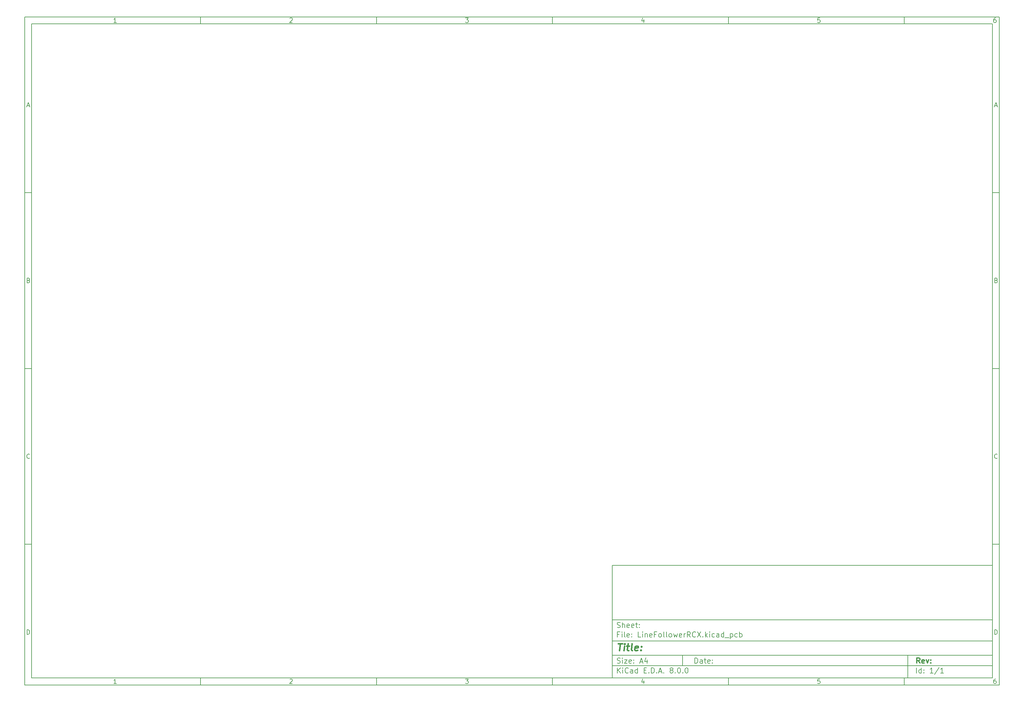
<source format=gbr>
%TF.GenerationSoftware,KiCad,Pcbnew,8.0.0*%
%TF.CreationDate,2024-06-20T13:21:25-03:00*%
%TF.ProjectId,LineFollowerRCX,4c696e65-466f-46c6-9c6f-776572524358,rev?*%
%TF.SameCoordinates,Original*%
%TF.FileFunction,Paste,Bot*%
%TF.FilePolarity,Positive*%
%FSLAX46Y46*%
G04 Gerber Fmt 4.6, Leading zero omitted, Abs format (unit mm)*
G04 Created by KiCad (PCBNEW 8.0.0) date 2024-06-20 13:21:25*
%MOMM*%
%LPD*%
G01*
G04 APERTURE LIST*
%ADD10C,0.100000*%
%ADD11C,0.150000*%
%ADD12C,0.300000*%
%ADD13C,0.400000*%
G04 APERTURE END LIST*
D10*
D11*
X177002200Y-166007200D02*
X285002200Y-166007200D01*
X285002200Y-198007200D01*
X177002200Y-198007200D01*
X177002200Y-166007200D01*
D10*
D11*
X10000000Y-10000000D02*
X287002200Y-10000000D01*
X287002200Y-200007200D01*
X10000000Y-200007200D01*
X10000000Y-10000000D01*
D10*
D11*
X12000000Y-12000000D02*
X285002200Y-12000000D01*
X285002200Y-198007200D01*
X12000000Y-198007200D01*
X12000000Y-12000000D01*
D10*
D11*
X60000000Y-12000000D02*
X60000000Y-10000000D01*
D10*
D11*
X110000000Y-12000000D02*
X110000000Y-10000000D01*
D10*
D11*
X160000000Y-12000000D02*
X160000000Y-10000000D01*
D10*
D11*
X210000000Y-12000000D02*
X210000000Y-10000000D01*
D10*
D11*
X260000000Y-12000000D02*
X260000000Y-10000000D01*
D10*
D11*
X36089160Y-11593604D02*
X35346303Y-11593604D01*
X35717731Y-11593604D02*
X35717731Y-10293604D01*
X35717731Y-10293604D02*
X35593922Y-10479319D01*
X35593922Y-10479319D02*
X35470112Y-10603128D01*
X35470112Y-10603128D02*
X35346303Y-10665033D01*
D10*
D11*
X85346303Y-10417414D02*
X85408207Y-10355509D01*
X85408207Y-10355509D02*
X85532017Y-10293604D01*
X85532017Y-10293604D02*
X85841541Y-10293604D01*
X85841541Y-10293604D02*
X85965350Y-10355509D01*
X85965350Y-10355509D02*
X86027255Y-10417414D01*
X86027255Y-10417414D02*
X86089160Y-10541223D01*
X86089160Y-10541223D02*
X86089160Y-10665033D01*
X86089160Y-10665033D02*
X86027255Y-10850747D01*
X86027255Y-10850747D02*
X85284398Y-11593604D01*
X85284398Y-11593604D02*
X86089160Y-11593604D01*
D10*
D11*
X135284398Y-10293604D02*
X136089160Y-10293604D01*
X136089160Y-10293604D02*
X135655826Y-10788842D01*
X135655826Y-10788842D02*
X135841541Y-10788842D01*
X135841541Y-10788842D02*
X135965350Y-10850747D01*
X135965350Y-10850747D02*
X136027255Y-10912652D01*
X136027255Y-10912652D02*
X136089160Y-11036461D01*
X136089160Y-11036461D02*
X136089160Y-11345985D01*
X136089160Y-11345985D02*
X136027255Y-11469795D01*
X136027255Y-11469795D02*
X135965350Y-11531700D01*
X135965350Y-11531700D02*
X135841541Y-11593604D01*
X135841541Y-11593604D02*
X135470112Y-11593604D01*
X135470112Y-11593604D02*
X135346303Y-11531700D01*
X135346303Y-11531700D02*
X135284398Y-11469795D01*
D10*
D11*
X185965350Y-10726938D02*
X185965350Y-11593604D01*
X185655826Y-10231700D02*
X185346303Y-11160271D01*
X185346303Y-11160271D02*
X186151064Y-11160271D01*
D10*
D11*
X236027255Y-10293604D02*
X235408207Y-10293604D01*
X235408207Y-10293604D02*
X235346303Y-10912652D01*
X235346303Y-10912652D02*
X235408207Y-10850747D01*
X235408207Y-10850747D02*
X235532017Y-10788842D01*
X235532017Y-10788842D02*
X235841541Y-10788842D01*
X235841541Y-10788842D02*
X235965350Y-10850747D01*
X235965350Y-10850747D02*
X236027255Y-10912652D01*
X236027255Y-10912652D02*
X236089160Y-11036461D01*
X236089160Y-11036461D02*
X236089160Y-11345985D01*
X236089160Y-11345985D02*
X236027255Y-11469795D01*
X236027255Y-11469795D02*
X235965350Y-11531700D01*
X235965350Y-11531700D02*
X235841541Y-11593604D01*
X235841541Y-11593604D02*
X235532017Y-11593604D01*
X235532017Y-11593604D02*
X235408207Y-11531700D01*
X235408207Y-11531700D02*
X235346303Y-11469795D01*
D10*
D11*
X285965350Y-10293604D02*
X285717731Y-10293604D01*
X285717731Y-10293604D02*
X285593922Y-10355509D01*
X285593922Y-10355509D02*
X285532017Y-10417414D01*
X285532017Y-10417414D02*
X285408207Y-10603128D01*
X285408207Y-10603128D02*
X285346303Y-10850747D01*
X285346303Y-10850747D02*
X285346303Y-11345985D01*
X285346303Y-11345985D02*
X285408207Y-11469795D01*
X285408207Y-11469795D02*
X285470112Y-11531700D01*
X285470112Y-11531700D02*
X285593922Y-11593604D01*
X285593922Y-11593604D02*
X285841541Y-11593604D01*
X285841541Y-11593604D02*
X285965350Y-11531700D01*
X285965350Y-11531700D02*
X286027255Y-11469795D01*
X286027255Y-11469795D02*
X286089160Y-11345985D01*
X286089160Y-11345985D02*
X286089160Y-11036461D01*
X286089160Y-11036461D02*
X286027255Y-10912652D01*
X286027255Y-10912652D02*
X285965350Y-10850747D01*
X285965350Y-10850747D02*
X285841541Y-10788842D01*
X285841541Y-10788842D02*
X285593922Y-10788842D01*
X285593922Y-10788842D02*
X285470112Y-10850747D01*
X285470112Y-10850747D02*
X285408207Y-10912652D01*
X285408207Y-10912652D02*
X285346303Y-11036461D01*
D10*
D11*
X60000000Y-198007200D02*
X60000000Y-200007200D01*
D10*
D11*
X110000000Y-198007200D02*
X110000000Y-200007200D01*
D10*
D11*
X160000000Y-198007200D02*
X160000000Y-200007200D01*
D10*
D11*
X210000000Y-198007200D02*
X210000000Y-200007200D01*
D10*
D11*
X260000000Y-198007200D02*
X260000000Y-200007200D01*
D10*
D11*
X36089160Y-199600804D02*
X35346303Y-199600804D01*
X35717731Y-199600804D02*
X35717731Y-198300804D01*
X35717731Y-198300804D02*
X35593922Y-198486519D01*
X35593922Y-198486519D02*
X35470112Y-198610328D01*
X35470112Y-198610328D02*
X35346303Y-198672233D01*
D10*
D11*
X85346303Y-198424614D02*
X85408207Y-198362709D01*
X85408207Y-198362709D02*
X85532017Y-198300804D01*
X85532017Y-198300804D02*
X85841541Y-198300804D01*
X85841541Y-198300804D02*
X85965350Y-198362709D01*
X85965350Y-198362709D02*
X86027255Y-198424614D01*
X86027255Y-198424614D02*
X86089160Y-198548423D01*
X86089160Y-198548423D02*
X86089160Y-198672233D01*
X86089160Y-198672233D02*
X86027255Y-198857947D01*
X86027255Y-198857947D02*
X85284398Y-199600804D01*
X85284398Y-199600804D02*
X86089160Y-199600804D01*
D10*
D11*
X135284398Y-198300804D02*
X136089160Y-198300804D01*
X136089160Y-198300804D02*
X135655826Y-198796042D01*
X135655826Y-198796042D02*
X135841541Y-198796042D01*
X135841541Y-198796042D02*
X135965350Y-198857947D01*
X135965350Y-198857947D02*
X136027255Y-198919852D01*
X136027255Y-198919852D02*
X136089160Y-199043661D01*
X136089160Y-199043661D02*
X136089160Y-199353185D01*
X136089160Y-199353185D02*
X136027255Y-199476995D01*
X136027255Y-199476995D02*
X135965350Y-199538900D01*
X135965350Y-199538900D02*
X135841541Y-199600804D01*
X135841541Y-199600804D02*
X135470112Y-199600804D01*
X135470112Y-199600804D02*
X135346303Y-199538900D01*
X135346303Y-199538900D02*
X135284398Y-199476995D01*
D10*
D11*
X185965350Y-198734138D02*
X185965350Y-199600804D01*
X185655826Y-198238900D02*
X185346303Y-199167471D01*
X185346303Y-199167471D02*
X186151064Y-199167471D01*
D10*
D11*
X236027255Y-198300804D02*
X235408207Y-198300804D01*
X235408207Y-198300804D02*
X235346303Y-198919852D01*
X235346303Y-198919852D02*
X235408207Y-198857947D01*
X235408207Y-198857947D02*
X235532017Y-198796042D01*
X235532017Y-198796042D02*
X235841541Y-198796042D01*
X235841541Y-198796042D02*
X235965350Y-198857947D01*
X235965350Y-198857947D02*
X236027255Y-198919852D01*
X236027255Y-198919852D02*
X236089160Y-199043661D01*
X236089160Y-199043661D02*
X236089160Y-199353185D01*
X236089160Y-199353185D02*
X236027255Y-199476995D01*
X236027255Y-199476995D02*
X235965350Y-199538900D01*
X235965350Y-199538900D02*
X235841541Y-199600804D01*
X235841541Y-199600804D02*
X235532017Y-199600804D01*
X235532017Y-199600804D02*
X235408207Y-199538900D01*
X235408207Y-199538900D02*
X235346303Y-199476995D01*
D10*
D11*
X285965350Y-198300804D02*
X285717731Y-198300804D01*
X285717731Y-198300804D02*
X285593922Y-198362709D01*
X285593922Y-198362709D02*
X285532017Y-198424614D01*
X285532017Y-198424614D02*
X285408207Y-198610328D01*
X285408207Y-198610328D02*
X285346303Y-198857947D01*
X285346303Y-198857947D02*
X285346303Y-199353185D01*
X285346303Y-199353185D02*
X285408207Y-199476995D01*
X285408207Y-199476995D02*
X285470112Y-199538900D01*
X285470112Y-199538900D02*
X285593922Y-199600804D01*
X285593922Y-199600804D02*
X285841541Y-199600804D01*
X285841541Y-199600804D02*
X285965350Y-199538900D01*
X285965350Y-199538900D02*
X286027255Y-199476995D01*
X286027255Y-199476995D02*
X286089160Y-199353185D01*
X286089160Y-199353185D02*
X286089160Y-199043661D01*
X286089160Y-199043661D02*
X286027255Y-198919852D01*
X286027255Y-198919852D02*
X285965350Y-198857947D01*
X285965350Y-198857947D02*
X285841541Y-198796042D01*
X285841541Y-198796042D02*
X285593922Y-198796042D01*
X285593922Y-198796042D02*
X285470112Y-198857947D01*
X285470112Y-198857947D02*
X285408207Y-198919852D01*
X285408207Y-198919852D02*
X285346303Y-199043661D01*
D10*
D11*
X10000000Y-60000000D02*
X12000000Y-60000000D01*
D10*
D11*
X10000000Y-110000000D02*
X12000000Y-110000000D01*
D10*
D11*
X10000000Y-160000000D02*
X12000000Y-160000000D01*
D10*
D11*
X10690476Y-35222176D02*
X11309523Y-35222176D01*
X10566666Y-35593604D02*
X10999999Y-34293604D01*
X10999999Y-34293604D02*
X11433333Y-35593604D01*
D10*
D11*
X11092857Y-84912652D02*
X11278571Y-84974557D01*
X11278571Y-84974557D02*
X11340476Y-85036461D01*
X11340476Y-85036461D02*
X11402380Y-85160271D01*
X11402380Y-85160271D02*
X11402380Y-85345985D01*
X11402380Y-85345985D02*
X11340476Y-85469795D01*
X11340476Y-85469795D02*
X11278571Y-85531700D01*
X11278571Y-85531700D02*
X11154761Y-85593604D01*
X11154761Y-85593604D02*
X10659523Y-85593604D01*
X10659523Y-85593604D02*
X10659523Y-84293604D01*
X10659523Y-84293604D02*
X11092857Y-84293604D01*
X11092857Y-84293604D02*
X11216666Y-84355509D01*
X11216666Y-84355509D02*
X11278571Y-84417414D01*
X11278571Y-84417414D02*
X11340476Y-84541223D01*
X11340476Y-84541223D02*
X11340476Y-84665033D01*
X11340476Y-84665033D02*
X11278571Y-84788842D01*
X11278571Y-84788842D02*
X11216666Y-84850747D01*
X11216666Y-84850747D02*
X11092857Y-84912652D01*
X11092857Y-84912652D02*
X10659523Y-84912652D01*
D10*
D11*
X11402380Y-135469795D02*
X11340476Y-135531700D01*
X11340476Y-135531700D02*
X11154761Y-135593604D01*
X11154761Y-135593604D02*
X11030952Y-135593604D01*
X11030952Y-135593604D02*
X10845238Y-135531700D01*
X10845238Y-135531700D02*
X10721428Y-135407890D01*
X10721428Y-135407890D02*
X10659523Y-135284080D01*
X10659523Y-135284080D02*
X10597619Y-135036461D01*
X10597619Y-135036461D02*
X10597619Y-134850747D01*
X10597619Y-134850747D02*
X10659523Y-134603128D01*
X10659523Y-134603128D02*
X10721428Y-134479319D01*
X10721428Y-134479319D02*
X10845238Y-134355509D01*
X10845238Y-134355509D02*
X11030952Y-134293604D01*
X11030952Y-134293604D02*
X11154761Y-134293604D01*
X11154761Y-134293604D02*
X11340476Y-134355509D01*
X11340476Y-134355509D02*
X11402380Y-134417414D01*
D10*
D11*
X10659523Y-185593604D02*
X10659523Y-184293604D01*
X10659523Y-184293604D02*
X10969047Y-184293604D01*
X10969047Y-184293604D02*
X11154761Y-184355509D01*
X11154761Y-184355509D02*
X11278571Y-184479319D01*
X11278571Y-184479319D02*
X11340476Y-184603128D01*
X11340476Y-184603128D02*
X11402380Y-184850747D01*
X11402380Y-184850747D02*
X11402380Y-185036461D01*
X11402380Y-185036461D02*
X11340476Y-185284080D01*
X11340476Y-185284080D02*
X11278571Y-185407890D01*
X11278571Y-185407890D02*
X11154761Y-185531700D01*
X11154761Y-185531700D02*
X10969047Y-185593604D01*
X10969047Y-185593604D02*
X10659523Y-185593604D01*
D10*
D11*
X287002200Y-60000000D02*
X285002200Y-60000000D01*
D10*
D11*
X287002200Y-110000000D02*
X285002200Y-110000000D01*
D10*
D11*
X287002200Y-160000000D02*
X285002200Y-160000000D01*
D10*
D11*
X285692676Y-35222176D02*
X286311723Y-35222176D01*
X285568866Y-35593604D02*
X286002199Y-34293604D01*
X286002199Y-34293604D02*
X286435533Y-35593604D01*
D10*
D11*
X286095057Y-84912652D02*
X286280771Y-84974557D01*
X286280771Y-84974557D02*
X286342676Y-85036461D01*
X286342676Y-85036461D02*
X286404580Y-85160271D01*
X286404580Y-85160271D02*
X286404580Y-85345985D01*
X286404580Y-85345985D02*
X286342676Y-85469795D01*
X286342676Y-85469795D02*
X286280771Y-85531700D01*
X286280771Y-85531700D02*
X286156961Y-85593604D01*
X286156961Y-85593604D02*
X285661723Y-85593604D01*
X285661723Y-85593604D02*
X285661723Y-84293604D01*
X285661723Y-84293604D02*
X286095057Y-84293604D01*
X286095057Y-84293604D02*
X286218866Y-84355509D01*
X286218866Y-84355509D02*
X286280771Y-84417414D01*
X286280771Y-84417414D02*
X286342676Y-84541223D01*
X286342676Y-84541223D02*
X286342676Y-84665033D01*
X286342676Y-84665033D02*
X286280771Y-84788842D01*
X286280771Y-84788842D02*
X286218866Y-84850747D01*
X286218866Y-84850747D02*
X286095057Y-84912652D01*
X286095057Y-84912652D02*
X285661723Y-84912652D01*
D10*
D11*
X286404580Y-135469795D02*
X286342676Y-135531700D01*
X286342676Y-135531700D02*
X286156961Y-135593604D01*
X286156961Y-135593604D02*
X286033152Y-135593604D01*
X286033152Y-135593604D02*
X285847438Y-135531700D01*
X285847438Y-135531700D02*
X285723628Y-135407890D01*
X285723628Y-135407890D02*
X285661723Y-135284080D01*
X285661723Y-135284080D02*
X285599819Y-135036461D01*
X285599819Y-135036461D02*
X285599819Y-134850747D01*
X285599819Y-134850747D02*
X285661723Y-134603128D01*
X285661723Y-134603128D02*
X285723628Y-134479319D01*
X285723628Y-134479319D02*
X285847438Y-134355509D01*
X285847438Y-134355509D02*
X286033152Y-134293604D01*
X286033152Y-134293604D02*
X286156961Y-134293604D01*
X286156961Y-134293604D02*
X286342676Y-134355509D01*
X286342676Y-134355509D02*
X286404580Y-134417414D01*
D10*
D11*
X285661723Y-185593604D02*
X285661723Y-184293604D01*
X285661723Y-184293604D02*
X285971247Y-184293604D01*
X285971247Y-184293604D02*
X286156961Y-184355509D01*
X286156961Y-184355509D02*
X286280771Y-184479319D01*
X286280771Y-184479319D02*
X286342676Y-184603128D01*
X286342676Y-184603128D02*
X286404580Y-184850747D01*
X286404580Y-184850747D02*
X286404580Y-185036461D01*
X286404580Y-185036461D02*
X286342676Y-185284080D01*
X286342676Y-185284080D02*
X286280771Y-185407890D01*
X286280771Y-185407890D02*
X286156961Y-185531700D01*
X286156961Y-185531700D02*
X285971247Y-185593604D01*
X285971247Y-185593604D02*
X285661723Y-185593604D01*
D10*
D11*
X200458026Y-193793328D02*
X200458026Y-192293328D01*
X200458026Y-192293328D02*
X200815169Y-192293328D01*
X200815169Y-192293328D02*
X201029455Y-192364757D01*
X201029455Y-192364757D02*
X201172312Y-192507614D01*
X201172312Y-192507614D02*
X201243741Y-192650471D01*
X201243741Y-192650471D02*
X201315169Y-192936185D01*
X201315169Y-192936185D02*
X201315169Y-193150471D01*
X201315169Y-193150471D02*
X201243741Y-193436185D01*
X201243741Y-193436185D02*
X201172312Y-193579042D01*
X201172312Y-193579042D02*
X201029455Y-193721900D01*
X201029455Y-193721900D02*
X200815169Y-193793328D01*
X200815169Y-193793328D02*
X200458026Y-193793328D01*
X202600884Y-193793328D02*
X202600884Y-193007614D01*
X202600884Y-193007614D02*
X202529455Y-192864757D01*
X202529455Y-192864757D02*
X202386598Y-192793328D01*
X202386598Y-192793328D02*
X202100884Y-192793328D01*
X202100884Y-192793328D02*
X201958026Y-192864757D01*
X202600884Y-193721900D02*
X202458026Y-193793328D01*
X202458026Y-193793328D02*
X202100884Y-193793328D01*
X202100884Y-193793328D02*
X201958026Y-193721900D01*
X201958026Y-193721900D02*
X201886598Y-193579042D01*
X201886598Y-193579042D02*
X201886598Y-193436185D01*
X201886598Y-193436185D02*
X201958026Y-193293328D01*
X201958026Y-193293328D02*
X202100884Y-193221900D01*
X202100884Y-193221900D02*
X202458026Y-193221900D01*
X202458026Y-193221900D02*
X202600884Y-193150471D01*
X203100884Y-192793328D02*
X203672312Y-192793328D01*
X203315169Y-192293328D02*
X203315169Y-193579042D01*
X203315169Y-193579042D02*
X203386598Y-193721900D01*
X203386598Y-193721900D02*
X203529455Y-193793328D01*
X203529455Y-193793328D02*
X203672312Y-193793328D01*
X204743741Y-193721900D02*
X204600884Y-193793328D01*
X204600884Y-193793328D02*
X204315170Y-193793328D01*
X204315170Y-193793328D02*
X204172312Y-193721900D01*
X204172312Y-193721900D02*
X204100884Y-193579042D01*
X204100884Y-193579042D02*
X204100884Y-193007614D01*
X204100884Y-193007614D02*
X204172312Y-192864757D01*
X204172312Y-192864757D02*
X204315170Y-192793328D01*
X204315170Y-192793328D02*
X204600884Y-192793328D01*
X204600884Y-192793328D02*
X204743741Y-192864757D01*
X204743741Y-192864757D02*
X204815170Y-193007614D01*
X204815170Y-193007614D02*
X204815170Y-193150471D01*
X204815170Y-193150471D02*
X204100884Y-193293328D01*
X205458026Y-193650471D02*
X205529455Y-193721900D01*
X205529455Y-193721900D02*
X205458026Y-193793328D01*
X205458026Y-193793328D02*
X205386598Y-193721900D01*
X205386598Y-193721900D02*
X205458026Y-193650471D01*
X205458026Y-193650471D02*
X205458026Y-193793328D01*
X205458026Y-192864757D02*
X205529455Y-192936185D01*
X205529455Y-192936185D02*
X205458026Y-193007614D01*
X205458026Y-193007614D02*
X205386598Y-192936185D01*
X205386598Y-192936185D02*
X205458026Y-192864757D01*
X205458026Y-192864757D02*
X205458026Y-193007614D01*
D10*
D11*
X177002200Y-194507200D02*
X285002200Y-194507200D01*
D10*
D11*
X178458026Y-196593328D02*
X178458026Y-195093328D01*
X179315169Y-196593328D02*
X178672312Y-195736185D01*
X179315169Y-195093328D02*
X178458026Y-195950471D01*
X179958026Y-196593328D02*
X179958026Y-195593328D01*
X179958026Y-195093328D02*
X179886598Y-195164757D01*
X179886598Y-195164757D02*
X179958026Y-195236185D01*
X179958026Y-195236185D02*
X180029455Y-195164757D01*
X180029455Y-195164757D02*
X179958026Y-195093328D01*
X179958026Y-195093328D02*
X179958026Y-195236185D01*
X181529455Y-196450471D02*
X181458027Y-196521900D01*
X181458027Y-196521900D02*
X181243741Y-196593328D01*
X181243741Y-196593328D02*
X181100884Y-196593328D01*
X181100884Y-196593328D02*
X180886598Y-196521900D01*
X180886598Y-196521900D02*
X180743741Y-196379042D01*
X180743741Y-196379042D02*
X180672312Y-196236185D01*
X180672312Y-196236185D02*
X180600884Y-195950471D01*
X180600884Y-195950471D02*
X180600884Y-195736185D01*
X180600884Y-195736185D02*
X180672312Y-195450471D01*
X180672312Y-195450471D02*
X180743741Y-195307614D01*
X180743741Y-195307614D02*
X180886598Y-195164757D01*
X180886598Y-195164757D02*
X181100884Y-195093328D01*
X181100884Y-195093328D02*
X181243741Y-195093328D01*
X181243741Y-195093328D02*
X181458027Y-195164757D01*
X181458027Y-195164757D02*
X181529455Y-195236185D01*
X182815170Y-196593328D02*
X182815170Y-195807614D01*
X182815170Y-195807614D02*
X182743741Y-195664757D01*
X182743741Y-195664757D02*
X182600884Y-195593328D01*
X182600884Y-195593328D02*
X182315170Y-195593328D01*
X182315170Y-195593328D02*
X182172312Y-195664757D01*
X182815170Y-196521900D02*
X182672312Y-196593328D01*
X182672312Y-196593328D02*
X182315170Y-196593328D01*
X182315170Y-196593328D02*
X182172312Y-196521900D01*
X182172312Y-196521900D02*
X182100884Y-196379042D01*
X182100884Y-196379042D02*
X182100884Y-196236185D01*
X182100884Y-196236185D02*
X182172312Y-196093328D01*
X182172312Y-196093328D02*
X182315170Y-196021900D01*
X182315170Y-196021900D02*
X182672312Y-196021900D01*
X182672312Y-196021900D02*
X182815170Y-195950471D01*
X184172313Y-196593328D02*
X184172313Y-195093328D01*
X184172313Y-196521900D02*
X184029455Y-196593328D01*
X184029455Y-196593328D02*
X183743741Y-196593328D01*
X183743741Y-196593328D02*
X183600884Y-196521900D01*
X183600884Y-196521900D02*
X183529455Y-196450471D01*
X183529455Y-196450471D02*
X183458027Y-196307614D01*
X183458027Y-196307614D02*
X183458027Y-195879042D01*
X183458027Y-195879042D02*
X183529455Y-195736185D01*
X183529455Y-195736185D02*
X183600884Y-195664757D01*
X183600884Y-195664757D02*
X183743741Y-195593328D01*
X183743741Y-195593328D02*
X184029455Y-195593328D01*
X184029455Y-195593328D02*
X184172313Y-195664757D01*
X186029455Y-195807614D02*
X186529455Y-195807614D01*
X186743741Y-196593328D02*
X186029455Y-196593328D01*
X186029455Y-196593328D02*
X186029455Y-195093328D01*
X186029455Y-195093328D02*
X186743741Y-195093328D01*
X187386598Y-196450471D02*
X187458027Y-196521900D01*
X187458027Y-196521900D02*
X187386598Y-196593328D01*
X187386598Y-196593328D02*
X187315170Y-196521900D01*
X187315170Y-196521900D02*
X187386598Y-196450471D01*
X187386598Y-196450471D02*
X187386598Y-196593328D01*
X188100884Y-196593328D02*
X188100884Y-195093328D01*
X188100884Y-195093328D02*
X188458027Y-195093328D01*
X188458027Y-195093328D02*
X188672313Y-195164757D01*
X188672313Y-195164757D02*
X188815170Y-195307614D01*
X188815170Y-195307614D02*
X188886599Y-195450471D01*
X188886599Y-195450471D02*
X188958027Y-195736185D01*
X188958027Y-195736185D02*
X188958027Y-195950471D01*
X188958027Y-195950471D02*
X188886599Y-196236185D01*
X188886599Y-196236185D02*
X188815170Y-196379042D01*
X188815170Y-196379042D02*
X188672313Y-196521900D01*
X188672313Y-196521900D02*
X188458027Y-196593328D01*
X188458027Y-196593328D02*
X188100884Y-196593328D01*
X189600884Y-196450471D02*
X189672313Y-196521900D01*
X189672313Y-196521900D02*
X189600884Y-196593328D01*
X189600884Y-196593328D02*
X189529456Y-196521900D01*
X189529456Y-196521900D02*
X189600884Y-196450471D01*
X189600884Y-196450471D02*
X189600884Y-196593328D01*
X190243742Y-196164757D02*
X190958028Y-196164757D01*
X190100885Y-196593328D02*
X190600885Y-195093328D01*
X190600885Y-195093328D02*
X191100885Y-196593328D01*
X191600884Y-196450471D02*
X191672313Y-196521900D01*
X191672313Y-196521900D02*
X191600884Y-196593328D01*
X191600884Y-196593328D02*
X191529456Y-196521900D01*
X191529456Y-196521900D02*
X191600884Y-196450471D01*
X191600884Y-196450471D02*
X191600884Y-196593328D01*
X193672313Y-195736185D02*
X193529456Y-195664757D01*
X193529456Y-195664757D02*
X193458027Y-195593328D01*
X193458027Y-195593328D02*
X193386599Y-195450471D01*
X193386599Y-195450471D02*
X193386599Y-195379042D01*
X193386599Y-195379042D02*
X193458027Y-195236185D01*
X193458027Y-195236185D02*
X193529456Y-195164757D01*
X193529456Y-195164757D02*
X193672313Y-195093328D01*
X193672313Y-195093328D02*
X193958027Y-195093328D01*
X193958027Y-195093328D02*
X194100885Y-195164757D01*
X194100885Y-195164757D02*
X194172313Y-195236185D01*
X194172313Y-195236185D02*
X194243742Y-195379042D01*
X194243742Y-195379042D02*
X194243742Y-195450471D01*
X194243742Y-195450471D02*
X194172313Y-195593328D01*
X194172313Y-195593328D02*
X194100885Y-195664757D01*
X194100885Y-195664757D02*
X193958027Y-195736185D01*
X193958027Y-195736185D02*
X193672313Y-195736185D01*
X193672313Y-195736185D02*
X193529456Y-195807614D01*
X193529456Y-195807614D02*
X193458027Y-195879042D01*
X193458027Y-195879042D02*
X193386599Y-196021900D01*
X193386599Y-196021900D02*
X193386599Y-196307614D01*
X193386599Y-196307614D02*
X193458027Y-196450471D01*
X193458027Y-196450471D02*
X193529456Y-196521900D01*
X193529456Y-196521900D02*
X193672313Y-196593328D01*
X193672313Y-196593328D02*
X193958027Y-196593328D01*
X193958027Y-196593328D02*
X194100885Y-196521900D01*
X194100885Y-196521900D02*
X194172313Y-196450471D01*
X194172313Y-196450471D02*
X194243742Y-196307614D01*
X194243742Y-196307614D02*
X194243742Y-196021900D01*
X194243742Y-196021900D02*
X194172313Y-195879042D01*
X194172313Y-195879042D02*
X194100885Y-195807614D01*
X194100885Y-195807614D02*
X193958027Y-195736185D01*
X194886598Y-196450471D02*
X194958027Y-196521900D01*
X194958027Y-196521900D02*
X194886598Y-196593328D01*
X194886598Y-196593328D02*
X194815170Y-196521900D01*
X194815170Y-196521900D02*
X194886598Y-196450471D01*
X194886598Y-196450471D02*
X194886598Y-196593328D01*
X195886599Y-195093328D02*
X196029456Y-195093328D01*
X196029456Y-195093328D02*
X196172313Y-195164757D01*
X196172313Y-195164757D02*
X196243742Y-195236185D01*
X196243742Y-195236185D02*
X196315170Y-195379042D01*
X196315170Y-195379042D02*
X196386599Y-195664757D01*
X196386599Y-195664757D02*
X196386599Y-196021900D01*
X196386599Y-196021900D02*
X196315170Y-196307614D01*
X196315170Y-196307614D02*
X196243742Y-196450471D01*
X196243742Y-196450471D02*
X196172313Y-196521900D01*
X196172313Y-196521900D02*
X196029456Y-196593328D01*
X196029456Y-196593328D02*
X195886599Y-196593328D01*
X195886599Y-196593328D02*
X195743742Y-196521900D01*
X195743742Y-196521900D02*
X195672313Y-196450471D01*
X195672313Y-196450471D02*
X195600884Y-196307614D01*
X195600884Y-196307614D02*
X195529456Y-196021900D01*
X195529456Y-196021900D02*
X195529456Y-195664757D01*
X195529456Y-195664757D02*
X195600884Y-195379042D01*
X195600884Y-195379042D02*
X195672313Y-195236185D01*
X195672313Y-195236185D02*
X195743742Y-195164757D01*
X195743742Y-195164757D02*
X195886599Y-195093328D01*
X197029455Y-196450471D02*
X197100884Y-196521900D01*
X197100884Y-196521900D02*
X197029455Y-196593328D01*
X197029455Y-196593328D02*
X196958027Y-196521900D01*
X196958027Y-196521900D02*
X197029455Y-196450471D01*
X197029455Y-196450471D02*
X197029455Y-196593328D01*
X198029456Y-195093328D02*
X198172313Y-195093328D01*
X198172313Y-195093328D02*
X198315170Y-195164757D01*
X198315170Y-195164757D02*
X198386599Y-195236185D01*
X198386599Y-195236185D02*
X198458027Y-195379042D01*
X198458027Y-195379042D02*
X198529456Y-195664757D01*
X198529456Y-195664757D02*
X198529456Y-196021900D01*
X198529456Y-196021900D02*
X198458027Y-196307614D01*
X198458027Y-196307614D02*
X198386599Y-196450471D01*
X198386599Y-196450471D02*
X198315170Y-196521900D01*
X198315170Y-196521900D02*
X198172313Y-196593328D01*
X198172313Y-196593328D02*
X198029456Y-196593328D01*
X198029456Y-196593328D02*
X197886599Y-196521900D01*
X197886599Y-196521900D02*
X197815170Y-196450471D01*
X197815170Y-196450471D02*
X197743741Y-196307614D01*
X197743741Y-196307614D02*
X197672313Y-196021900D01*
X197672313Y-196021900D02*
X197672313Y-195664757D01*
X197672313Y-195664757D02*
X197743741Y-195379042D01*
X197743741Y-195379042D02*
X197815170Y-195236185D01*
X197815170Y-195236185D02*
X197886599Y-195164757D01*
X197886599Y-195164757D02*
X198029456Y-195093328D01*
D10*
D11*
X177002200Y-191507200D02*
X285002200Y-191507200D01*
D10*
D12*
X264413853Y-193785528D02*
X263913853Y-193071242D01*
X263556710Y-193785528D02*
X263556710Y-192285528D01*
X263556710Y-192285528D02*
X264128139Y-192285528D01*
X264128139Y-192285528D02*
X264270996Y-192356957D01*
X264270996Y-192356957D02*
X264342425Y-192428385D01*
X264342425Y-192428385D02*
X264413853Y-192571242D01*
X264413853Y-192571242D02*
X264413853Y-192785528D01*
X264413853Y-192785528D02*
X264342425Y-192928385D01*
X264342425Y-192928385D02*
X264270996Y-192999814D01*
X264270996Y-192999814D02*
X264128139Y-193071242D01*
X264128139Y-193071242D02*
X263556710Y-193071242D01*
X265628139Y-193714100D02*
X265485282Y-193785528D01*
X265485282Y-193785528D02*
X265199568Y-193785528D01*
X265199568Y-193785528D02*
X265056710Y-193714100D01*
X265056710Y-193714100D02*
X264985282Y-193571242D01*
X264985282Y-193571242D02*
X264985282Y-192999814D01*
X264985282Y-192999814D02*
X265056710Y-192856957D01*
X265056710Y-192856957D02*
X265199568Y-192785528D01*
X265199568Y-192785528D02*
X265485282Y-192785528D01*
X265485282Y-192785528D02*
X265628139Y-192856957D01*
X265628139Y-192856957D02*
X265699568Y-192999814D01*
X265699568Y-192999814D02*
X265699568Y-193142671D01*
X265699568Y-193142671D02*
X264985282Y-193285528D01*
X266199567Y-192785528D02*
X266556710Y-193785528D01*
X266556710Y-193785528D02*
X266913853Y-192785528D01*
X267485281Y-193642671D02*
X267556710Y-193714100D01*
X267556710Y-193714100D02*
X267485281Y-193785528D01*
X267485281Y-193785528D02*
X267413853Y-193714100D01*
X267413853Y-193714100D02*
X267485281Y-193642671D01*
X267485281Y-193642671D02*
X267485281Y-193785528D01*
X267485281Y-192856957D02*
X267556710Y-192928385D01*
X267556710Y-192928385D02*
X267485281Y-192999814D01*
X267485281Y-192999814D02*
X267413853Y-192928385D01*
X267413853Y-192928385D02*
X267485281Y-192856957D01*
X267485281Y-192856957D02*
X267485281Y-192999814D01*
D10*
D11*
X178386598Y-193721900D02*
X178600884Y-193793328D01*
X178600884Y-193793328D02*
X178958026Y-193793328D01*
X178958026Y-193793328D02*
X179100884Y-193721900D01*
X179100884Y-193721900D02*
X179172312Y-193650471D01*
X179172312Y-193650471D02*
X179243741Y-193507614D01*
X179243741Y-193507614D02*
X179243741Y-193364757D01*
X179243741Y-193364757D02*
X179172312Y-193221900D01*
X179172312Y-193221900D02*
X179100884Y-193150471D01*
X179100884Y-193150471D02*
X178958026Y-193079042D01*
X178958026Y-193079042D02*
X178672312Y-193007614D01*
X178672312Y-193007614D02*
X178529455Y-192936185D01*
X178529455Y-192936185D02*
X178458026Y-192864757D01*
X178458026Y-192864757D02*
X178386598Y-192721900D01*
X178386598Y-192721900D02*
X178386598Y-192579042D01*
X178386598Y-192579042D02*
X178458026Y-192436185D01*
X178458026Y-192436185D02*
X178529455Y-192364757D01*
X178529455Y-192364757D02*
X178672312Y-192293328D01*
X178672312Y-192293328D02*
X179029455Y-192293328D01*
X179029455Y-192293328D02*
X179243741Y-192364757D01*
X179886597Y-193793328D02*
X179886597Y-192793328D01*
X179886597Y-192293328D02*
X179815169Y-192364757D01*
X179815169Y-192364757D02*
X179886597Y-192436185D01*
X179886597Y-192436185D02*
X179958026Y-192364757D01*
X179958026Y-192364757D02*
X179886597Y-192293328D01*
X179886597Y-192293328D02*
X179886597Y-192436185D01*
X180458026Y-192793328D02*
X181243741Y-192793328D01*
X181243741Y-192793328D02*
X180458026Y-193793328D01*
X180458026Y-193793328D02*
X181243741Y-193793328D01*
X182386598Y-193721900D02*
X182243741Y-193793328D01*
X182243741Y-193793328D02*
X181958027Y-193793328D01*
X181958027Y-193793328D02*
X181815169Y-193721900D01*
X181815169Y-193721900D02*
X181743741Y-193579042D01*
X181743741Y-193579042D02*
X181743741Y-193007614D01*
X181743741Y-193007614D02*
X181815169Y-192864757D01*
X181815169Y-192864757D02*
X181958027Y-192793328D01*
X181958027Y-192793328D02*
X182243741Y-192793328D01*
X182243741Y-192793328D02*
X182386598Y-192864757D01*
X182386598Y-192864757D02*
X182458027Y-193007614D01*
X182458027Y-193007614D02*
X182458027Y-193150471D01*
X182458027Y-193150471D02*
X181743741Y-193293328D01*
X183100883Y-193650471D02*
X183172312Y-193721900D01*
X183172312Y-193721900D02*
X183100883Y-193793328D01*
X183100883Y-193793328D02*
X183029455Y-193721900D01*
X183029455Y-193721900D02*
X183100883Y-193650471D01*
X183100883Y-193650471D02*
X183100883Y-193793328D01*
X183100883Y-192864757D02*
X183172312Y-192936185D01*
X183172312Y-192936185D02*
X183100883Y-193007614D01*
X183100883Y-193007614D02*
X183029455Y-192936185D01*
X183029455Y-192936185D02*
X183100883Y-192864757D01*
X183100883Y-192864757D02*
X183100883Y-193007614D01*
X184886598Y-193364757D02*
X185600884Y-193364757D01*
X184743741Y-193793328D02*
X185243741Y-192293328D01*
X185243741Y-192293328D02*
X185743741Y-193793328D01*
X186886598Y-192793328D02*
X186886598Y-193793328D01*
X186529455Y-192221900D02*
X186172312Y-193293328D01*
X186172312Y-193293328D02*
X187100883Y-193293328D01*
D10*
D11*
X263458026Y-196593328D02*
X263458026Y-195093328D01*
X264815170Y-196593328D02*
X264815170Y-195093328D01*
X264815170Y-196521900D02*
X264672312Y-196593328D01*
X264672312Y-196593328D02*
X264386598Y-196593328D01*
X264386598Y-196593328D02*
X264243741Y-196521900D01*
X264243741Y-196521900D02*
X264172312Y-196450471D01*
X264172312Y-196450471D02*
X264100884Y-196307614D01*
X264100884Y-196307614D02*
X264100884Y-195879042D01*
X264100884Y-195879042D02*
X264172312Y-195736185D01*
X264172312Y-195736185D02*
X264243741Y-195664757D01*
X264243741Y-195664757D02*
X264386598Y-195593328D01*
X264386598Y-195593328D02*
X264672312Y-195593328D01*
X264672312Y-195593328D02*
X264815170Y-195664757D01*
X265529455Y-196450471D02*
X265600884Y-196521900D01*
X265600884Y-196521900D02*
X265529455Y-196593328D01*
X265529455Y-196593328D02*
X265458027Y-196521900D01*
X265458027Y-196521900D02*
X265529455Y-196450471D01*
X265529455Y-196450471D02*
X265529455Y-196593328D01*
X265529455Y-195664757D02*
X265600884Y-195736185D01*
X265600884Y-195736185D02*
X265529455Y-195807614D01*
X265529455Y-195807614D02*
X265458027Y-195736185D01*
X265458027Y-195736185D02*
X265529455Y-195664757D01*
X265529455Y-195664757D02*
X265529455Y-195807614D01*
X268172313Y-196593328D02*
X267315170Y-196593328D01*
X267743741Y-196593328D02*
X267743741Y-195093328D01*
X267743741Y-195093328D02*
X267600884Y-195307614D01*
X267600884Y-195307614D02*
X267458027Y-195450471D01*
X267458027Y-195450471D02*
X267315170Y-195521900D01*
X269886598Y-195021900D02*
X268600884Y-196950471D01*
X271172313Y-196593328D02*
X270315170Y-196593328D01*
X270743741Y-196593328D02*
X270743741Y-195093328D01*
X270743741Y-195093328D02*
X270600884Y-195307614D01*
X270600884Y-195307614D02*
X270458027Y-195450471D01*
X270458027Y-195450471D02*
X270315170Y-195521900D01*
D10*
D11*
X177002200Y-187507200D02*
X285002200Y-187507200D01*
D10*
D13*
X178693928Y-188211638D02*
X179836785Y-188211638D01*
X179015357Y-190211638D02*
X179265357Y-188211638D01*
X180253452Y-190211638D02*
X180420119Y-188878304D01*
X180503452Y-188211638D02*
X180396309Y-188306876D01*
X180396309Y-188306876D02*
X180479643Y-188402114D01*
X180479643Y-188402114D02*
X180586786Y-188306876D01*
X180586786Y-188306876D02*
X180503452Y-188211638D01*
X180503452Y-188211638D02*
X180479643Y-188402114D01*
X181086786Y-188878304D02*
X181848690Y-188878304D01*
X181455833Y-188211638D02*
X181241548Y-189925923D01*
X181241548Y-189925923D02*
X181312976Y-190116400D01*
X181312976Y-190116400D02*
X181491548Y-190211638D01*
X181491548Y-190211638D02*
X181682024Y-190211638D01*
X182634405Y-190211638D02*
X182455833Y-190116400D01*
X182455833Y-190116400D02*
X182384405Y-189925923D01*
X182384405Y-189925923D02*
X182598690Y-188211638D01*
X184170119Y-190116400D02*
X183967738Y-190211638D01*
X183967738Y-190211638D02*
X183586785Y-190211638D01*
X183586785Y-190211638D02*
X183408214Y-190116400D01*
X183408214Y-190116400D02*
X183336785Y-189925923D01*
X183336785Y-189925923D02*
X183432024Y-189164019D01*
X183432024Y-189164019D02*
X183551071Y-188973542D01*
X183551071Y-188973542D02*
X183753452Y-188878304D01*
X183753452Y-188878304D02*
X184134404Y-188878304D01*
X184134404Y-188878304D02*
X184312976Y-188973542D01*
X184312976Y-188973542D02*
X184384404Y-189164019D01*
X184384404Y-189164019D02*
X184360595Y-189354495D01*
X184360595Y-189354495D02*
X183384404Y-189544971D01*
X185134405Y-190021161D02*
X185217738Y-190116400D01*
X185217738Y-190116400D02*
X185110595Y-190211638D01*
X185110595Y-190211638D02*
X185027262Y-190116400D01*
X185027262Y-190116400D02*
X185134405Y-190021161D01*
X185134405Y-190021161D02*
X185110595Y-190211638D01*
X185265357Y-188973542D02*
X185348690Y-189068780D01*
X185348690Y-189068780D02*
X185241548Y-189164019D01*
X185241548Y-189164019D02*
X185158214Y-189068780D01*
X185158214Y-189068780D02*
X185265357Y-188973542D01*
X185265357Y-188973542D02*
X185241548Y-189164019D01*
D10*
D11*
X178958026Y-185607614D02*
X178458026Y-185607614D01*
X178458026Y-186393328D02*
X178458026Y-184893328D01*
X178458026Y-184893328D02*
X179172312Y-184893328D01*
X179743740Y-186393328D02*
X179743740Y-185393328D01*
X179743740Y-184893328D02*
X179672312Y-184964757D01*
X179672312Y-184964757D02*
X179743740Y-185036185D01*
X179743740Y-185036185D02*
X179815169Y-184964757D01*
X179815169Y-184964757D02*
X179743740Y-184893328D01*
X179743740Y-184893328D02*
X179743740Y-185036185D01*
X180672312Y-186393328D02*
X180529455Y-186321900D01*
X180529455Y-186321900D02*
X180458026Y-186179042D01*
X180458026Y-186179042D02*
X180458026Y-184893328D01*
X181815169Y-186321900D02*
X181672312Y-186393328D01*
X181672312Y-186393328D02*
X181386598Y-186393328D01*
X181386598Y-186393328D02*
X181243740Y-186321900D01*
X181243740Y-186321900D02*
X181172312Y-186179042D01*
X181172312Y-186179042D02*
X181172312Y-185607614D01*
X181172312Y-185607614D02*
X181243740Y-185464757D01*
X181243740Y-185464757D02*
X181386598Y-185393328D01*
X181386598Y-185393328D02*
X181672312Y-185393328D01*
X181672312Y-185393328D02*
X181815169Y-185464757D01*
X181815169Y-185464757D02*
X181886598Y-185607614D01*
X181886598Y-185607614D02*
X181886598Y-185750471D01*
X181886598Y-185750471D02*
X181172312Y-185893328D01*
X182529454Y-186250471D02*
X182600883Y-186321900D01*
X182600883Y-186321900D02*
X182529454Y-186393328D01*
X182529454Y-186393328D02*
X182458026Y-186321900D01*
X182458026Y-186321900D02*
X182529454Y-186250471D01*
X182529454Y-186250471D02*
X182529454Y-186393328D01*
X182529454Y-185464757D02*
X182600883Y-185536185D01*
X182600883Y-185536185D02*
X182529454Y-185607614D01*
X182529454Y-185607614D02*
X182458026Y-185536185D01*
X182458026Y-185536185D02*
X182529454Y-185464757D01*
X182529454Y-185464757D02*
X182529454Y-185607614D01*
X185100883Y-186393328D02*
X184386597Y-186393328D01*
X184386597Y-186393328D02*
X184386597Y-184893328D01*
X185600883Y-186393328D02*
X185600883Y-185393328D01*
X185600883Y-184893328D02*
X185529455Y-184964757D01*
X185529455Y-184964757D02*
X185600883Y-185036185D01*
X185600883Y-185036185D02*
X185672312Y-184964757D01*
X185672312Y-184964757D02*
X185600883Y-184893328D01*
X185600883Y-184893328D02*
X185600883Y-185036185D01*
X186315169Y-185393328D02*
X186315169Y-186393328D01*
X186315169Y-185536185D02*
X186386598Y-185464757D01*
X186386598Y-185464757D02*
X186529455Y-185393328D01*
X186529455Y-185393328D02*
X186743741Y-185393328D01*
X186743741Y-185393328D02*
X186886598Y-185464757D01*
X186886598Y-185464757D02*
X186958027Y-185607614D01*
X186958027Y-185607614D02*
X186958027Y-186393328D01*
X188243741Y-186321900D02*
X188100884Y-186393328D01*
X188100884Y-186393328D02*
X187815170Y-186393328D01*
X187815170Y-186393328D02*
X187672312Y-186321900D01*
X187672312Y-186321900D02*
X187600884Y-186179042D01*
X187600884Y-186179042D02*
X187600884Y-185607614D01*
X187600884Y-185607614D02*
X187672312Y-185464757D01*
X187672312Y-185464757D02*
X187815170Y-185393328D01*
X187815170Y-185393328D02*
X188100884Y-185393328D01*
X188100884Y-185393328D02*
X188243741Y-185464757D01*
X188243741Y-185464757D02*
X188315170Y-185607614D01*
X188315170Y-185607614D02*
X188315170Y-185750471D01*
X188315170Y-185750471D02*
X187600884Y-185893328D01*
X189458026Y-185607614D02*
X188958026Y-185607614D01*
X188958026Y-186393328D02*
X188958026Y-184893328D01*
X188958026Y-184893328D02*
X189672312Y-184893328D01*
X190458026Y-186393328D02*
X190315169Y-186321900D01*
X190315169Y-186321900D02*
X190243740Y-186250471D01*
X190243740Y-186250471D02*
X190172312Y-186107614D01*
X190172312Y-186107614D02*
X190172312Y-185679042D01*
X190172312Y-185679042D02*
X190243740Y-185536185D01*
X190243740Y-185536185D02*
X190315169Y-185464757D01*
X190315169Y-185464757D02*
X190458026Y-185393328D01*
X190458026Y-185393328D02*
X190672312Y-185393328D01*
X190672312Y-185393328D02*
X190815169Y-185464757D01*
X190815169Y-185464757D02*
X190886598Y-185536185D01*
X190886598Y-185536185D02*
X190958026Y-185679042D01*
X190958026Y-185679042D02*
X190958026Y-186107614D01*
X190958026Y-186107614D02*
X190886598Y-186250471D01*
X190886598Y-186250471D02*
X190815169Y-186321900D01*
X190815169Y-186321900D02*
X190672312Y-186393328D01*
X190672312Y-186393328D02*
X190458026Y-186393328D01*
X191815169Y-186393328D02*
X191672312Y-186321900D01*
X191672312Y-186321900D02*
X191600883Y-186179042D01*
X191600883Y-186179042D02*
X191600883Y-184893328D01*
X192600883Y-186393328D02*
X192458026Y-186321900D01*
X192458026Y-186321900D02*
X192386597Y-186179042D01*
X192386597Y-186179042D02*
X192386597Y-184893328D01*
X193386597Y-186393328D02*
X193243740Y-186321900D01*
X193243740Y-186321900D02*
X193172311Y-186250471D01*
X193172311Y-186250471D02*
X193100883Y-186107614D01*
X193100883Y-186107614D02*
X193100883Y-185679042D01*
X193100883Y-185679042D02*
X193172311Y-185536185D01*
X193172311Y-185536185D02*
X193243740Y-185464757D01*
X193243740Y-185464757D02*
X193386597Y-185393328D01*
X193386597Y-185393328D02*
X193600883Y-185393328D01*
X193600883Y-185393328D02*
X193743740Y-185464757D01*
X193743740Y-185464757D02*
X193815169Y-185536185D01*
X193815169Y-185536185D02*
X193886597Y-185679042D01*
X193886597Y-185679042D02*
X193886597Y-186107614D01*
X193886597Y-186107614D02*
X193815169Y-186250471D01*
X193815169Y-186250471D02*
X193743740Y-186321900D01*
X193743740Y-186321900D02*
X193600883Y-186393328D01*
X193600883Y-186393328D02*
X193386597Y-186393328D01*
X194386597Y-185393328D02*
X194672312Y-186393328D01*
X194672312Y-186393328D02*
X194958026Y-185679042D01*
X194958026Y-185679042D02*
X195243740Y-186393328D01*
X195243740Y-186393328D02*
X195529454Y-185393328D01*
X196672312Y-186321900D02*
X196529455Y-186393328D01*
X196529455Y-186393328D02*
X196243741Y-186393328D01*
X196243741Y-186393328D02*
X196100883Y-186321900D01*
X196100883Y-186321900D02*
X196029455Y-186179042D01*
X196029455Y-186179042D02*
X196029455Y-185607614D01*
X196029455Y-185607614D02*
X196100883Y-185464757D01*
X196100883Y-185464757D02*
X196243741Y-185393328D01*
X196243741Y-185393328D02*
X196529455Y-185393328D01*
X196529455Y-185393328D02*
X196672312Y-185464757D01*
X196672312Y-185464757D02*
X196743741Y-185607614D01*
X196743741Y-185607614D02*
X196743741Y-185750471D01*
X196743741Y-185750471D02*
X196029455Y-185893328D01*
X197386597Y-186393328D02*
X197386597Y-185393328D01*
X197386597Y-185679042D02*
X197458026Y-185536185D01*
X197458026Y-185536185D02*
X197529455Y-185464757D01*
X197529455Y-185464757D02*
X197672312Y-185393328D01*
X197672312Y-185393328D02*
X197815169Y-185393328D01*
X199172311Y-186393328D02*
X198672311Y-185679042D01*
X198315168Y-186393328D02*
X198315168Y-184893328D01*
X198315168Y-184893328D02*
X198886597Y-184893328D01*
X198886597Y-184893328D02*
X199029454Y-184964757D01*
X199029454Y-184964757D02*
X199100883Y-185036185D01*
X199100883Y-185036185D02*
X199172311Y-185179042D01*
X199172311Y-185179042D02*
X199172311Y-185393328D01*
X199172311Y-185393328D02*
X199100883Y-185536185D01*
X199100883Y-185536185D02*
X199029454Y-185607614D01*
X199029454Y-185607614D02*
X198886597Y-185679042D01*
X198886597Y-185679042D02*
X198315168Y-185679042D01*
X200672311Y-186250471D02*
X200600883Y-186321900D01*
X200600883Y-186321900D02*
X200386597Y-186393328D01*
X200386597Y-186393328D02*
X200243740Y-186393328D01*
X200243740Y-186393328D02*
X200029454Y-186321900D01*
X200029454Y-186321900D02*
X199886597Y-186179042D01*
X199886597Y-186179042D02*
X199815168Y-186036185D01*
X199815168Y-186036185D02*
X199743740Y-185750471D01*
X199743740Y-185750471D02*
X199743740Y-185536185D01*
X199743740Y-185536185D02*
X199815168Y-185250471D01*
X199815168Y-185250471D02*
X199886597Y-185107614D01*
X199886597Y-185107614D02*
X200029454Y-184964757D01*
X200029454Y-184964757D02*
X200243740Y-184893328D01*
X200243740Y-184893328D02*
X200386597Y-184893328D01*
X200386597Y-184893328D02*
X200600883Y-184964757D01*
X200600883Y-184964757D02*
X200672311Y-185036185D01*
X201172311Y-184893328D02*
X202172311Y-186393328D01*
X202172311Y-184893328D02*
X201172311Y-186393328D01*
X202743739Y-186250471D02*
X202815168Y-186321900D01*
X202815168Y-186321900D02*
X202743739Y-186393328D01*
X202743739Y-186393328D02*
X202672311Y-186321900D01*
X202672311Y-186321900D02*
X202743739Y-186250471D01*
X202743739Y-186250471D02*
X202743739Y-186393328D01*
X203458025Y-186393328D02*
X203458025Y-184893328D01*
X203600883Y-185821900D02*
X204029454Y-186393328D01*
X204029454Y-185393328D02*
X203458025Y-185964757D01*
X204672311Y-186393328D02*
X204672311Y-185393328D01*
X204672311Y-184893328D02*
X204600883Y-184964757D01*
X204600883Y-184964757D02*
X204672311Y-185036185D01*
X204672311Y-185036185D02*
X204743740Y-184964757D01*
X204743740Y-184964757D02*
X204672311Y-184893328D01*
X204672311Y-184893328D02*
X204672311Y-185036185D01*
X206029455Y-186321900D02*
X205886597Y-186393328D01*
X205886597Y-186393328D02*
X205600883Y-186393328D01*
X205600883Y-186393328D02*
X205458026Y-186321900D01*
X205458026Y-186321900D02*
X205386597Y-186250471D01*
X205386597Y-186250471D02*
X205315169Y-186107614D01*
X205315169Y-186107614D02*
X205315169Y-185679042D01*
X205315169Y-185679042D02*
X205386597Y-185536185D01*
X205386597Y-185536185D02*
X205458026Y-185464757D01*
X205458026Y-185464757D02*
X205600883Y-185393328D01*
X205600883Y-185393328D02*
X205886597Y-185393328D01*
X205886597Y-185393328D02*
X206029455Y-185464757D01*
X207315169Y-186393328D02*
X207315169Y-185607614D01*
X207315169Y-185607614D02*
X207243740Y-185464757D01*
X207243740Y-185464757D02*
X207100883Y-185393328D01*
X207100883Y-185393328D02*
X206815169Y-185393328D01*
X206815169Y-185393328D02*
X206672311Y-185464757D01*
X207315169Y-186321900D02*
X207172311Y-186393328D01*
X207172311Y-186393328D02*
X206815169Y-186393328D01*
X206815169Y-186393328D02*
X206672311Y-186321900D01*
X206672311Y-186321900D02*
X206600883Y-186179042D01*
X206600883Y-186179042D02*
X206600883Y-186036185D01*
X206600883Y-186036185D02*
X206672311Y-185893328D01*
X206672311Y-185893328D02*
X206815169Y-185821900D01*
X206815169Y-185821900D02*
X207172311Y-185821900D01*
X207172311Y-185821900D02*
X207315169Y-185750471D01*
X208672312Y-186393328D02*
X208672312Y-184893328D01*
X208672312Y-186321900D02*
X208529454Y-186393328D01*
X208529454Y-186393328D02*
X208243740Y-186393328D01*
X208243740Y-186393328D02*
X208100883Y-186321900D01*
X208100883Y-186321900D02*
X208029454Y-186250471D01*
X208029454Y-186250471D02*
X207958026Y-186107614D01*
X207958026Y-186107614D02*
X207958026Y-185679042D01*
X207958026Y-185679042D02*
X208029454Y-185536185D01*
X208029454Y-185536185D02*
X208100883Y-185464757D01*
X208100883Y-185464757D02*
X208243740Y-185393328D01*
X208243740Y-185393328D02*
X208529454Y-185393328D01*
X208529454Y-185393328D02*
X208672312Y-185464757D01*
X209029455Y-186536185D02*
X210172312Y-186536185D01*
X210529454Y-185393328D02*
X210529454Y-186893328D01*
X210529454Y-185464757D02*
X210672312Y-185393328D01*
X210672312Y-185393328D02*
X210958026Y-185393328D01*
X210958026Y-185393328D02*
X211100883Y-185464757D01*
X211100883Y-185464757D02*
X211172312Y-185536185D01*
X211172312Y-185536185D02*
X211243740Y-185679042D01*
X211243740Y-185679042D02*
X211243740Y-186107614D01*
X211243740Y-186107614D02*
X211172312Y-186250471D01*
X211172312Y-186250471D02*
X211100883Y-186321900D01*
X211100883Y-186321900D02*
X210958026Y-186393328D01*
X210958026Y-186393328D02*
X210672312Y-186393328D01*
X210672312Y-186393328D02*
X210529454Y-186321900D01*
X212529455Y-186321900D02*
X212386597Y-186393328D01*
X212386597Y-186393328D02*
X212100883Y-186393328D01*
X212100883Y-186393328D02*
X211958026Y-186321900D01*
X211958026Y-186321900D02*
X211886597Y-186250471D01*
X211886597Y-186250471D02*
X211815169Y-186107614D01*
X211815169Y-186107614D02*
X211815169Y-185679042D01*
X211815169Y-185679042D02*
X211886597Y-185536185D01*
X211886597Y-185536185D02*
X211958026Y-185464757D01*
X211958026Y-185464757D02*
X212100883Y-185393328D01*
X212100883Y-185393328D02*
X212386597Y-185393328D01*
X212386597Y-185393328D02*
X212529455Y-185464757D01*
X213172311Y-186393328D02*
X213172311Y-184893328D01*
X213172311Y-185464757D02*
X213315169Y-185393328D01*
X213315169Y-185393328D02*
X213600883Y-185393328D01*
X213600883Y-185393328D02*
X213743740Y-185464757D01*
X213743740Y-185464757D02*
X213815169Y-185536185D01*
X213815169Y-185536185D02*
X213886597Y-185679042D01*
X213886597Y-185679042D02*
X213886597Y-186107614D01*
X213886597Y-186107614D02*
X213815169Y-186250471D01*
X213815169Y-186250471D02*
X213743740Y-186321900D01*
X213743740Y-186321900D02*
X213600883Y-186393328D01*
X213600883Y-186393328D02*
X213315169Y-186393328D01*
X213315169Y-186393328D02*
X213172311Y-186321900D01*
D10*
D11*
X177002200Y-181507200D02*
X285002200Y-181507200D01*
D10*
D11*
X178386598Y-183621900D02*
X178600884Y-183693328D01*
X178600884Y-183693328D02*
X178958026Y-183693328D01*
X178958026Y-183693328D02*
X179100884Y-183621900D01*
X179100884Y-183621900D02*
X179172312Y-183550471D01*
X179172312Y-183550471D02*
X179243741Y-183407614D01*
X179243741Y-183407614D02*
X179243741Y-183264757D01*
X179243741Y-183264757D02*
X179172312Y-183121900D01*
X179172312Y-183121900D02*
X179100884Y-183050471D01*
X179100884Y-183050471D02*
X178958026Y-182979042D01*
X178958026Y-182979042D02*
X178672312Y-182907614D01*
X178672312Y-182907614D02*
X178529455Y-182836185D01*
X178529455Y-182836185D02*
X178458026Y-182764757D01*
X178458026Y-182764757D02*
X178386598Y-182621900D01*
X178386598Y-182621900D02*
X178386598Y-182479042D01*
X178386598Y-182479042D02*
X178458026Y-182336185D01*
X178458026Y-182336185D02*
X178529455Y-182264757D01*
X178529455Y-182264757D02*
X178672312Y-182193328D01*
X178672312Y-182193328D02*
X179029455Y-182193328D01*
X179029455Y-182193328D02*
X179243741Y-182264757D01*
X179886597Y-183693328D02*
X179886597Y-182193328D01*
X180529455Y-183693328D02*
X180529455Y-182907614D01*
X180529455Y-182907614D02*
X180458026Y-182764757D01*
X180458026Y-182764757D02*
X180315169Y-182693328D01*
X180315169Y-182693328D02*
X180100883Y-182693328D01*
X180100883Y-182693328D02*
X179958026Y-182764757D01*
X179958026Y-182764757D02*
X179886597Y-182836185D01*
X181815169Y-183621900D02*
X181672312Y-183693328D01*
X181672312Y-183693328D02*
X181386598Y-183693328D01*
X181386598Y-183693328D02*
X181243740Y-183621900D01*
X181243740Y-183621900D02*
X181172312Y-183479042D01*
X181172312Y-183479042D02*
X181172312Y-182907614D01*
X181172312Y-182907614D02*
X181243740Y-182764757D01*
X181243740Y-182764757D02*
X181386598Y-182693328D01*
X181386598Y-182693328D02*
X181672312Y-182693328D01*
X181672312Y-182693328D02*
X181815169Y-182764757D01*
X181815169Y-182764757D02*
X181886598Y-182907614D01*
X181886598Y-182907614D02*
X181886598Y-183050471D01*
X181886598Y-183050471D02*
X181172312Y-183193328D01*
X183100883Y-183621900D02*
X182958026Y-183693328D01*
X182958026Y-183693328D02*
X182672312Y-183693328D01*
X182672312Y-183693328D02*
X182529454Y-183621900D01*
X182529454Y-183621900D02*
X182458026Y-183479042D01*
X182458026Y-183479042D02*
X182458026Y-182907614D01*
X182458026Y-182907614D02*
X182529454Y-182764757D01*
X182529454Y-182764757D02*
X182672312Y-182693328D01*
X182672312Y-182693328D02*
X182958026Y-182693328D01*
X182958026Y-182693328D02*
X183100883Y-182764757D01*
X183100883Y-182764757D02*
X183172312Y-182907614D01*
X183172312Y-182907614D02*
X183172312Y-183050471D01*
X183172312Y-183050471D02*
X182458026Y-183193328D01*
X183600883Y-182693328D02*
X184172311Y-182693328D01*
X183815168Y-182193328D02*
X183815168Y-183479042D01*
X183815168Y-183479042D02*
X183886597Y-183621900D01*
X183886597Y-183621900D02*
X184029454Y-183693328D01*
X184029454Y-183693328D02*
X184172311Y-183693328D01*
X184672311Y-183550471D02*
X184743740Y-183621900D01*
X184743740Y-183621900D02*
X184672311Y-183693328D01*
X184672311Y-183693328D02*
X184600883Y-183621900D01*
X184600883Y-183621900D02*
X184672311Y-183550471D01*
X184672311Y-183550471D02*
X184672311Y-183693328D01*
X184672311Y-182764757D02*
X184743740Y-182836185D01*
X184743740Y-182836185D02*
X184672311Y-182907614D01*
X184672311Y-182907614D02*
X184600883Y-182836185D01*
X184600883Y-182836185D02*
X184672311Y-182764757D01*
X184672311Y-182764757D02*
X184672311Y-182907614D01*
D10*
D12*
D10*
D11*
D10*
D11*
D10*
D11*
D10*
D11*
D10*
D11*
X197002200Y-191507200D02*
X197002200Y-194507200D01*
D10*
D11*
X261002200Y-191507200D02*
X261002200Y-198007200D01*
M02*

</source>
